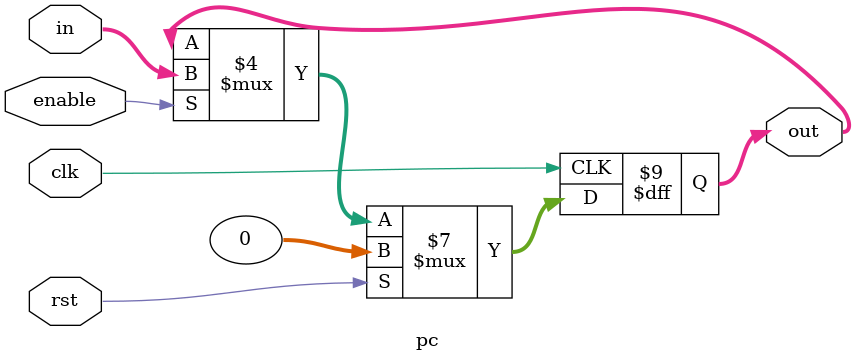
<source format=v>
module pc(clk, rst, in, enable, out);
    
    input clk, rst, enable;
    input [31:0] in;
    output reg [31:0] out;

    always @(posedge clk)
        begin
            if (rst == 1)
                out <= 0;
            else if (enable == 1)
                out <= in;
        end

endmodule
</source>
